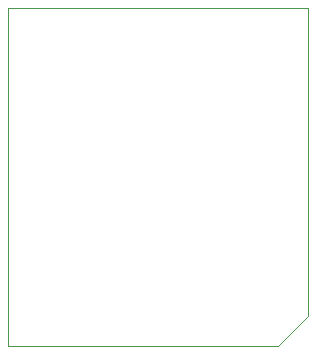
<source format=gm1>
G04 #@! TF.GenerationSoftware,KiCad,Pcbnew,7.0.10-unknown-1000.20240106gite38b948.fc38*
G04 #@! TF.CreationDate,2024-01-08T08:42:08+11:00*
G04 #@! TF.ProjectId,mikrobus-pmod-adapt,6d696b72-6f62-4757-932d-706d6f642d61,rev?*
G04 #@! TF.SameCoordinates,Original*
G04 #@! TF.FileFunction,Profile,NP*
%FSLAX46Y46*%
G04 Gerber Fmt 4.6, Leading zero omitted, Abs format (unit mm)*
G04 Created by KiCad (PCBNEW 7.0.10-unknown-1000.20240106gite38b948.fc38) date 2024-01-08 08:42:08*
%MOMM*%
%LPD*%
G01*
G04 APERTURE LIST*
G04 #@! TA.AperFunction,Profile*
%ADD10C,0.050000*%
G04 #@! TD*
G04 APERTURE END LIST*
D10*
G04 #@! TO.C,U1*
X87300000Y-85700000D02*
X87300000Y-114300000D01*
X87300000Y-85700000D02*
X112700000Y-85700000D01*
X87300000Y-114300000D02*
X110160000Y-114300000D01*
X110160000Y-114300000D02*
X112700000Y-111760000D01*
X112700000Y-85700000D02*
X112700000Y-111760000D01*
G04 #@! TD*
M02*

</source>
